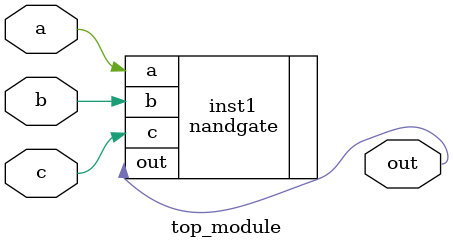
<source format=v>
module top_module (
    input a, 
    input b, 
    input c, 
    output out
); 

    nandgate inst1 ( 
        .out(out), 
        .a(a), 
        .b(b), 
        .c(c)
    );

endmodule
</source>
